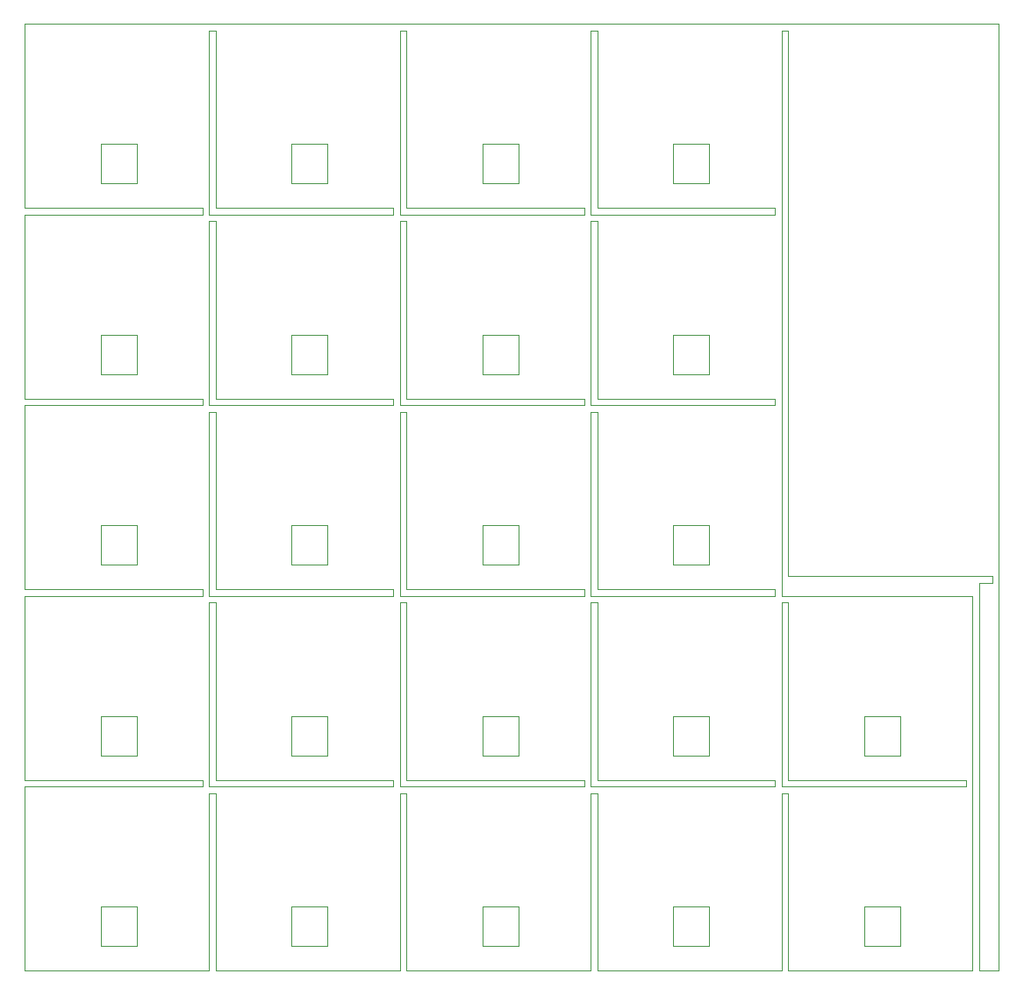
<source format=gm1>
G04 #@! TF.FileFunction,Profile,NP*
%FSLAX46Y46*%
G04 Gerber Fmt 4.6, Leading zero omitted, Abs format (unit mm)*
G04 Created by KiCad (PCBNEW 4.0.7-e2-6376~61~ubuntu18.04.1) date Sat Jul 28 03:14:20 2018*
%MOMM*%
%LPD*%
G01*
G04 APERTURE LIST*
%ADD10C,0.150000*%
%ADD11C,0.100000*%
G04 APERTURE END LIST*
D10*
D11*
X81915000Y-62865000D02*
X81915000Y-45085000D01*
X81915000Y-63500000D02*
X81915000Y-81280000D01*
X81915000Y-99695000D02*
X81915000Y-81915000D01*
X81915000Y-118110000D02*
X81915000Y-100330000D01*
X81915000Y-118745000D02*
X81915000Y-136525000D01*
X99695000Y-136525000D02*
X81915000Y-136525000D01*
X118110000Y-136525000D02*
X100330000Y-136525000D01*
X136525000Y-136525000D02*
X118745000Y-136525000D01*
X137160000Y-136525000D02*
X137160000Y-119380000D01*
X154940000Y-136525000D02*
X137160000Y-136525000D01*
X173355000Y-136525000D02*
X155575000Y-136525000D01*
X175895000Y-136525000D02*
X173990000Y-136525000D01*
X155575000Y-136525000D02*
X155575000Y-119380000D01*
X137160000Y-119380000D02*
X136525000Y-119380000D01*
X118745000Y-119380000D02*
X118110000Y-119380000D01*
X118110000Y-119380000D02*
X118110000Y-136525000D01*
X136525000Y-119380000D02*
X136525000Y-136525000D01*
X100330000Y-119380000D02*
X99695000Y-119380000D01*
X99695000Y-119380000D02*
X99695000Y-136525000D01*
X173990000Y-99060000D02*
X175260000Y-99060000D01*
X154940000Y-45720000D02*
X155575000Y-45720000D01*
X173990000Y-136525000D02*
X173990000Y-99060000D01*
X173355000Y-100330000D02*
X173355000Y-136525000D01*
X155575000Y-119380000D02*
X154940000Y-119380000D01*
X154940000Y-119380000D02*
X154940000Y-136525000D01*
X118745000Y-136525000D02*
X118745000Y-119380000D01*
X100330000Y-136525000D02*
X100330000Y-119380000D01*
X99060000Y-118110000D02*
X81915000Y-118110000D01*
X99060000Y-118745000D02*
X99060000Y-118110000D01*
X81915000Y-118745000D02*
X99060000Y-118745000D01*
X99695000Y-118745000D02*
X99695000Y-100965000D01*
X117475000Y-118745000D02*
X99695000Y-118745000D01*
X117475000Y-118110000D02*
X117475000Y-118745000D01*
X100330000Y-118110000D02*
X117475000Y-118110000D01*
X100330000Y-100965000D02*
X100330000Y-118110000D01*
X99695000Y-100965000D02*
X100330000Y-100965000D01*
X99060000Y-100330000D02*
X99060000Y-99695000D01*
X81915000Y-100330000D02*
X99060000Y-100330000D01*
X99060000Y-99695000D02*
X81915000Y-99695000D01*
X100330000Y-99695000D02*
X117475000Y-99695000D01*
X100330000Y-82550000D02*
X100330000Y-99695000D01*
X99695000Y-82550000D02*
X100330000Y-82550000D01*
X99695000Y-100330000D02*
X99695000Y-82550000D01*
X117475000Y-100330000D02*
X99695000Y-100330000D01*
X117475000Y-99695000D02*
X117475000Y-100330000D01*
X118110000Y-118745000D02*
X118110000Y-100965000D01*
X135890000Y-118745000D02*
X118110000Y-118745000D01*
X135890000Y-118110000D02*
X135890000Y-118745000D01*
X118745000Y-118110000D02*
X135890000Y-118110000D01*
X118745000Y-100965000D02*
X118745000Y-118110000D01*
X118110000Y-100965000D02*
X118745000Y-100965000D01*
X172720000Y-118745000D02*
X154940000Y-118745000D01*
X172720000Y-118110000D02*
X172720000Y-118745000D01*
X136525000Y-118745000D02*
X136525000Y-100965000D01*
X154305000Y-118745000D02*
X136525000Y-118745000D01*
X154305000Y-118110000D02*
X154305000Y-118745000D01*
X137160000Y-118110000D02*
X154305000Y-118110000D01*
X137160000Y-100965000D02*
X137160000Y-118110000D01*
X136525000Y-100965000D02*
X137160000Y-100965000D01*
X154940000Y-118745000D02*
X154940000Y-100965000D01*
X155575000Y-118110000D02*
X172720000Y-118110000D01*
X155575000Y-100965000D02*
X155575000Y-118110000D01*
X154940000Y-100965000D02*
X155575000Y-100965000D01*
X118110000Y-100330000D02*
X118110000Y-82550000D01*
X135890000Y-100330000D02*
X118110000Y-100330000D01*
X135890000Y-99695000D02*
X135890000Y-100330000D01*
X118745000Y-99695000D02*
X135890000Y-99695000D01*
X118745000Y-82550000D02*
X118745000Y-99695000D01*
X118110000Y-82550000D02*
X118745000Y-82550000D01*
X136525000Y-100330000D02*
X136525000Y-82550000D01*
X154305000Y-100330000D02*
X136525000Y-100330000D01*
X154305000Y-99695000D02*
X154305000Y-100330000D01*
X137160000Y-99695000D02*
X154305000Y-99695000D01*
X137160000Y-82550000D02*
X137160000Y-99695000D01*
X136525000Y-82550000D02*
X137160000Y-82550000D01*
X99060000Y-81915000D02*
X81915000Y-81915000D01*
X99060000Y-81280000D02*
X99060000Y-81915000D01*
X81915000Y-81280000D02*
X99060000Y-81280000D01*
X99695000Y-81915000D02*
X99695000Y-64135000D01*
X117475000Y-81915000D02*
X99695000Y-81915000D01*
X117475000Y-81280000D02*
X117475000Y-81915000D01*
X100330000Y-81280000D02*
X117475000Y-81280000D01*
X100330000Y-64135000D02*
X100330000Y-81280000D01*
X99695000Y-64135000D02*
X100330000Y-64135000D01*
X118110000Y-81915000D02*
X118110000Y-64135000D01*
X135890000Y-81915000D02*
X118110000Y-81915000D01*
X135890000Y-81280000D02*
X135890000Y-81915000D01*
X118745000Y-81280000D02*
X135890000Y-81280000D01*
X118745000Y-64135000D02*
X118745000Y-81280000D01*
X118110000Y-64135000D02*
X118745000Y-64135000D01*
X136525000Y-81915000D02*
X136525000Y-64135000D01*
X154305000Y-81915000D02*
X136525000Y-81915000D01*
X154305000Y-81280000D02*
X154305000Y-81915000D01*
X137160000Y-81280000D02*
X154305000Y-81280000D01*
X137160000Y-64135000D02*
X137160000Y-81280000D01*
X136525000Y-64135000D02*
X137160000Y-64135000D01*
X99060000Y-63500000D02*
X99060000Y-62865000D01*
X81915000Y-63500000D02*
X99060000Y-63500000D01*
X99060000Y-62865000D02*
X81915000Y-62865000D01*
X99695000Y-63500000D02*
X99695000Y-45720000D01*
X117475000Y-63500000D02*
X99695000Y-63500000D01*
X117475000Y-62865000D02*
X117475000Y-63500000D01*
X100330000Y-62865000D02*
X117475000Y-62865000D01*
X100330000Y-45720000D02*
X100330000Y-62865000D01*
X99695000Y-45720000D02*
X100330000Y-45720000D01*
X118110000Y-63500000D02*
X118110000Y-45720000D01*
X135890000Y-63500000D02*
X118110000Y-63500000D01*
X135890000Y-62865000D02*
X135890000Y-63500000D01*
X118745000Y-62865000D02*
X135890000Y-62865000D01*
X118745000Y-45720000D02*
X118745000Y-62865000D01*
X118110000Y-45720000D02*
X118745000Y-45720000D01*
X154940000Y-100330000D02*
X154940000Y-45720000D01*
X173355000Y-100330000D02*
X154940000Y-100330000D01*
X175260000Y-99060000D02*
X175260000Y-98425000D01*
X155575000Y-98425000D02*
X175260000Y-98425000D01*
X155575000Y-45720000D02*
X155575000Y-98425000D01*
X136525000Y-63500000D02*
X136525000Y-45720000D01*
X154305000Y-63500000D02*
X136525000Y-63500000D01*
X154305000Y-62865000D02*
X154305000Y-63500000D01*
X137160000Y-62865000D02*
X154305000Y-62865000D01*
X137160000Y-45720000D02*
X137160000Y-62865000D01*
X136525000Y-45720000D02*
X137160000Y-45720000D01*
X175895000Y-45085000D02*
X175895000Y-136525000D01*
X81915000Y-45085000D02*
X175895000Y-45085000D01*
X166370000Y-134143750D02*
X166370000Y-130333750D01*
X147955000Y-134143750D02*
X147955000Y-130333750D01*
X129540000Y-134143750D02*
X129540000Y-130333750D01*
X111125000Y-134143750D02*
X111125000Y-130333750D01*
X92710000Y-134143750D02*
X92710000Y-130333750D01*
X166370000Y-115728750D02*
X166370000Y-111918750D01*
X147955000Y-115728750D02*
X147955000Y-111918750D01*
X129540000Y-115728750D02*
X129540000Y-111918750D01*
X111125000Y-115728750D02*
X111125000Y-111918750D01*
X92710000Y-115728750D02*
X92710000Y-111918750D01*
X147955000Y-97313750D02*
X147955000Y-93503750D01*
X129540000Y-97313750D02*
X129540000Y-93503750D01*
X111125000Y-97313750D02*
X111125000Y-93503750D01*
X92710000Y-97313750D02*
X92710000Y-93503750D01*
X147955000Y-78898750D02*
X147955000Y-75088750D01*
X129540000Y-78898750D02*
X129540000Y-75088750D01*
X111125000Y-78898750D02*
X111125000Y-75088750D01*
X92710000Y-78898750D02*
X92710000Y-75088750D01*
X147955000Y-60483750D02*
X147955000Y-56673750D01*
X129540000Y-60483750D02*
X129540000Y-56673750D01*
X111125000Y-60483750D02*
X111125000Y-56673750D01*
X162877500Y-130333750D02*
X166370000Y-130333750D01*
X144462500Y-130333750D02*
X147955000Y-130333750D01*
X126047500Y-130333750D02*
X129540000Y-130333750D01*
X107632500Y-130333750D02*
X111125000Y-130333750D01*
X89217500Y-130333750D02*
X92710000Y-130333750D01*
X162877500Y-111918750D02*
X166370000Y-111918750D01*
X144462500Y-111918750D02*
X147955000Y-111918750D01*
X126047500Y-111918750D02*
X129540000Y-111918750D01*
X107632500Y-111918750D02*
X111125000Y-111918750D01*
X89217500Y-111918750D02*
X92710000Y-111918750D01*
X144462500Y-93503750D02*
X147955000Y-93503750D01*
X126047500Y-93503750D02*
X129540000Y-93503750D01*
X107632500Y-93503750D02*
X111125000Y-93503750D01*
X89217500Y-93503750D02*
X92710000Y-93503750D01*
X144462500Y-75088750D02*
X147955000Y-75088750D01*
X126047500Y-75088750D02*
X129540000Y-75088750D01*
X107632500Y-75088750D02*
X111125000Y-75088750D01*
X89217500Y-75088750D02*
X92710000Y-75088750D01*
X144462500Y-56673750D02*
X147955000Y-56673750D01*
X126047500Y-56673750D02*
X129540000Y-56673750D01*
X107632500Y-56673750D02*
X111125000Y-56673750D01*
X162877500Y-134143750D02*
X166370000Y-134143750D01*
X144462500Y-134143750D02*
X147955000Y-134143750D01*
X126047500Y-134143750D02*
X129540000Y-134143750D01*
X107632500Y-134143750D02*
X111125000Y-134143750D01*
X89217500Y-134143750D02*
X92710000Y-134143750D01*
X162877500Y-115728750D02*
X166370000Y-115728750D01*
X144462500Y-115728750D02*
X147955000Y-115728750D01*
X126047500Y-115728750D02*
X129540000Y-115728750D01*
X107632500Y-115728750D02*
X111125000Y-115728750D01*
X89217500Y-115728750D02*
X92710000Y-115728750D01*
X144462500Y-97313750D02*
X147955000Y-97313750D01*
X126047500Y-97313750D02*
X129540000Y-97313750D01*
X107632500Y-97313750D02*
X111125000Y-97313750D01*
X89217500Y-97313750D02*
X92710000Y-97313750D01*
X144462500Y-78898750D02*
X147955000Y-78898750D01*
X126047500Y-78898750D02*
X129540000Y-78898750D01*
X107632500Y-78898750D02*
X111125000Y-78898750D01*
X89217500Y-78898750D02*
X92710000Y-78898750D01*
X144462500Y-60483750D02*
X147955000Y-60483750D01*
X126047500Y-60483750D02*
X129540000Y-60483750D01*
X107632500Y-60483750D02*
X111125000Y-60483750D01*
X162877500Y-134143750D02*
X162877500Y-130333750D01*
X144462500Y-134143750D02*
X144462500Y-130333750D01*
X126047500Y-134143750D02*
X126047500Y-130333750D01*
X107632500Y-134143750D02*
X107632500Y-130333750D01*
X89217500Y-134143750D02*
X89217500Y-130333750D01*
X162877500Y-115728750D02*
X162877500Y-111918750D01*
X144462500Y-115728750D02*
X144462500Y-111918750D01*
X126047500Y-115728750D02*
X126047500Y-111918750D01*
X107632500Y-115728750D02*
X107632500Y-111918750D01*
X89217500Y-115728750D02*
X89217500Y-111918750D01*
X144462500Y-97313750D02*
X144462500Y-93503750D01*
X126047500Y-97313750D02*
X126047500Y-93503750D01*
X107632500Y-97313750D02*
X107632500Y-93503750D01*
X89217500Y-97313750D02*
X89217500Y-93503750D01*
X144462500Y-78898750D02*
X144462500Y-75088750D01*
X126047500Y-78898750D02*
X126047500Y-75088750D01*
X107632500Y-78898750D02*
X107632500Y-75088750D01*
X89217500Y-78898750D02*
X89217500Y-75088750D01*
X144462500Y-60483750D02*
X144462500Y-56673750D01*
X126047500Y-60483750D02*
X126047500Y-56673750D01*
X107632500Y-60483750D02*
X107632500Y-56673750D01*
X92710000Y-60483750D02*
X92710000Y-56673750D01*
X89217500Y-60483750D02*
X92710000Y-60483750D01*
X89217500Y-56673750D02*
X92710000Y-56673750D01*
X89217500Y-60483750D02*
X89217500Y-56673750D01*
M02*

</source>
